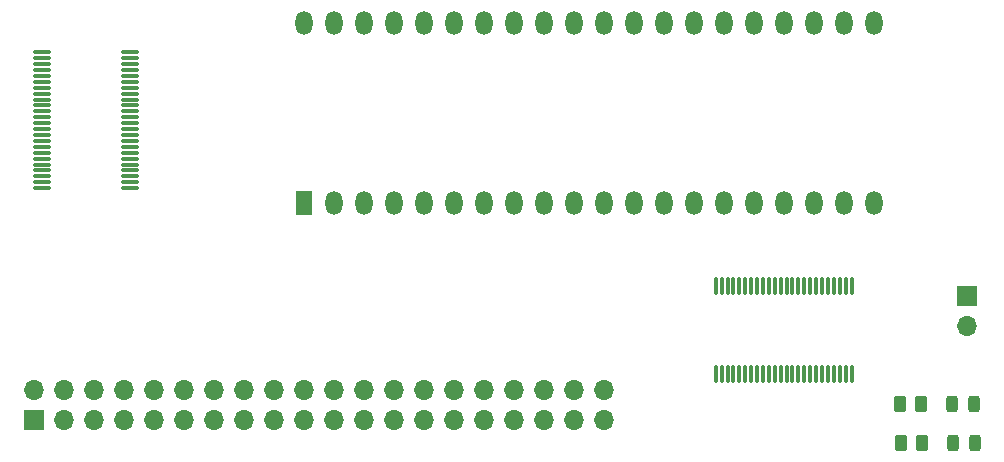
<source format=gts>
%TF.GenerationSoftware,KiCad,Pcbnew,(6.0.10-0)*%
%TF.CreationDate,2023-01-19T22:09:39-05:00*%
%TF.ProjectId,Tang Primer 20k HD6309 Board,54616e67-2050-4726-996d-65722032306b,rev?*%
%TF.SameCoordinates,Original*%
%TF.FileFunction,Soldermask,Top*%
%TF.FilePolarity,Negative*%
%FSLAX46Y46*%
G04 Gerber Fmt 4.6, Leading zero omitted, Abs format (unit mm)*
G04 Created by KiCad (PCBNEW (6.0.10-0)) date 2023-01-19 22:09:39*
%MOMM*%
%LPD*%
G01*
G04 APERTURE LIST*
G04 Aperture macros list*
%AMRoundRect*
0 Rectangle with rounded corners*
0 $1 Rounding radius*
0 $2 $3 $4 $5 $6 $7 $8 $9 X,Y pos of 4 corners*
0 Add a 4 corners polygon primitive as box body*
4,1,4,$2,$3,$4,$5,$6,$7,$8,$9,$2,$3,0*
0 Add four circle primitives for the rounded corners*
1,1,$1+$1,$2,$3*
1,1,$1+$1,$4,$5*
1,1,$1+$1,$6,$7*
1,1,$1+$1,$8,$9*
0 Add four rect primitives between the rounded corners*
20,1,$1+$1,$2,$3,$4,$5,0*
20,1,$1+$1,$4,$5,$6,$7,0*
20,1,$1+$1,$6,$7,$8,$9,0*
20,1,$1+$1,$8,$9,$2,$3,0*%
G04 Aperture macros list end*
%ADD10R,1.700000X1.700000*%
%ADD11O,1.700000X1.700000*%
%ADD12RoundRect,0.250000X-0.262500X-0.450000X0.262500X-0.450000X0.262500X0.450000X-0.262500X0.450000X0*%
%ADD13RoundRect,0.243750X0.243750X0.456250X-0.243750X0.456250X-0.243750X-0.456250X0.243750X-0.456250X0*%
%ADD14RoundRect,0.075000X-0.662500X-0.075000X0.662500X-0.075000X0.662500X0.075000X-0.662500X0.075000X0*%
%ADD15RoundRect,0.075000X0.075000X-0.662500X0.075000X0.662500X-0.075000X0.662500X-0.075000X-0.662500X0*%
%ADD16R,1.440000X2.000000*%
%ADD17O,1.440000X2.000000*%
G04 APERTURE END LIST*
D10*
X113284000Y-91689000D03*
D11*
X113284000Y-94229000D03*
D12*
X109457500Y-100826000D03*
X107632500Y-100826000D03*
X109521000Y-104140000D03*
X107696000Y-104140000D03*
D13*
X113902500Y-100826000D03*
X112027500Y-100826000D03*
X113967500Y-104140000D03*
X112092500Y-104140000D03*
D14*
X42447500Y-71085000D03*
X42447500Y-71585000D03*
X42447500Y-72085000D03*
X42447500Y-72585000D03*
X42447500Y-73085000D03*
X42447500Y-73585000D03*
X42447500Y-74085000D03*
X42447500Y-74585000D03*
X42447500Y-75085000D03*
X42447500Y-75585000D03*
X42447500Y-76085000D03*
X42447500Y-76585000D03*
X42447500Y-77085000D03*
X42447500Y-77585000D03*
X42447500Y-78085000D03*
X42447500Y-78585000D03*
X42447500Y-79085000D03*
X42447500Y-79585000D03*
X42447500Y-80085000D03*
X42447500Y-80585000D03*
X42447500Y-81085000D03*
X42447500Y-81585000D03*
X42447500Y-82085000D03*
X42447500Y-82585000D03*
X35022500Y-82585000D03*
X35022500Y-82085000D03*
X35022500Y-81585000D03*
X35022500Y-81085000D03*
X35022500Y-80585000D03*
X35022500Y-80085000D03*
X35022500Y-79585000D03*
X35022500Y-79085000D03*
X35022500Y-78585000D03*
X35022500Y-78085000D03*
X35022500Y-77585000D03*
X35022500Y-77085000D03*
X35022500Y-76585000D03*
X35022500Y-76085000D03*
X35022500Y-75585000D03*
X35022500Y-75085000D03*
X35022500Y-74585000D03*
X35022500Y-74085000D03*
X35022500Y-73585000D03*
X35022500Y-73085000D03*
X35022500Y-72585000D03*
X35022500Y-72085000D03*
X35022500Y-71585000D03*
X35022500Y-71085000D03*
D15*
X92040000Y-98327500D03*
X92540000Y-98327500D03*
X93040000Y-98327500D03*
X93540000Y-98327500D03*
X94040000Y-98327500D03*
X94540000Y-98327500D03*
X95040000Y-98327500D03*
X95540000Y-98327500D03*
X96040000Y-98327500D03*
X96540000Y-98327500D03*
X97040000Y-98327500D03*
X97540000Y-98327500D03*
X98040000Y-98327500D03*
X98540000Y-98327500D03*
X99040000Y-98327500D03*
X99540000Y-98327500D03*
X100040000Y-98327500D03*
X100540000Y-98327500D03*
X101040000Y-98327500D03*
X101540000Y-98327500D03*
X102040000Y-98327500D03*
X102540000Y-98327500D03*
X103040000Y-98327500D03*
X103540000Y-98327500D03*
X103540000Y-90902500D03*
X103040000Y-90902500D03*
X102540000Y-90902500D03*
X102040000Y-90902500D03*
X101540000Y-90902500D03*
X101040000Y-90902500D03*
X100540000Y-90902500D03*
X100040000Y-90902500D03*
X99540000Y-90902500D03*
X99040000Y-90902500D03*
X98540000Y-90902500D03*
X98040000Y-90902500D03*
X97540000Y-90902500D03*
X97040000Y-90902500D03*
X96540000Y-90902500D03*
X96040000Y-90902500D03*
X95540000Y-90902500D03*
X95040000Y-90902500D03*
X94540000Y-90902500D03*
X94040000Y-90902500D03*
X93540000Y-90902500D03*
X93040000Y-90902500D03*
X92540000Y-90902500D03*
X92040000Y-90902500D03*
D16*
X57150000Y-83820000D03*
D17*
X59690000Y-83820000D03*
X62230000Y-83820000D03*
X64770000Y-83820000D03*
X67310000Y-83820000D03*
X69850000Y-83820000D03*
X72390000Y-83820000D03*
X74930000Y-83820000D03*
X77470000Y-83820000D03*
X80010000Y-83820000D03*
X82550000Y-83820000D03*
X85090000Y-83820000D03*
X87630000Y-83820000D03*
X90170000Y-83820000D03*
X92710000Y-83820000D03*
X95250000Y-83820000D03*
X97790000Y-83820000D03*
X100330000Y-83820000D03*
X102870000Y-83820000D03*
X105410000Y-83820000D03*
X105410000Y-68580000D03*
X102870000Y-68580000D03*
X100330000Y-68580000D03*
X97790000Y-68580000D03*
X95250000Y-68580000D03*
X92710000Y-68580000D03*
X90170000Y-68580000D03*
X87630000Y-68580000D03*
X85090000Y-68580000D03*
X82550000Y-68580000D03*
X80010000Y-68580000D03*
X77470000Y-68580000D03*
X74930000Y-68580000D03*
X72390000Y-68580000D03*
X69850000Y-68580000D03*
X67310000Y-68580000D03*
X64770000Y-68580000D03*
X62230000Y-68580000D03*
X59690000Y-68580000D03*
X57150000Y-68580000D03*
D11*
X82580000Y-99715000D03*
X82580000Y-102255000D03*
X80040000Y-99715000D03*
X80040000Y-102255000D03*
X77500000Y-99715000D03*
X77500000Y-102255000D03*
X74960000Y-99715000D03*
X74960000Y-102255000D03*
X72420000Y-99715000D03*
X72420000Y-102255000D03*
X69880000Y-99715000D03*
X69880000Y-102255000D03*
X67340000Y-99715000D03*
X67340000Y-102255000D03*
X64800000Y-99715000D03*
X64800000Y-102255000D03*
X62260000Y-99715000D03*
X62260000Y-102255000D03*
X59720000Y-99715000D03*
X59720000Y-102255000D03*
X57180000Y-99715000D03*
X57180000Y-102255000D03*
X54640000Y-99715000D03*
X54640000Y-102255000D03*
X52100000Y-99715000D03*
X52100000Y-102255000D03*
X49560000Y-99715000D03*
X49560000Y-102255000D03*
X47020000Y-99715000D03*
X47020000Y-102255000D03*
X44480000Y-99715000D03*
X44480000Y-102255000D03*
X41940000Y-99715000D03*
X41940000Y-102255000D03*
X39400000Y-99715000D03*
X39400000Y-102255000D03*
X36860000Y-99715000D03*
X36860000Y-102255000D03*
X34320000Y-99715000D03*
D10*
X34320000Y-102255000D03*
M02*

</source>
